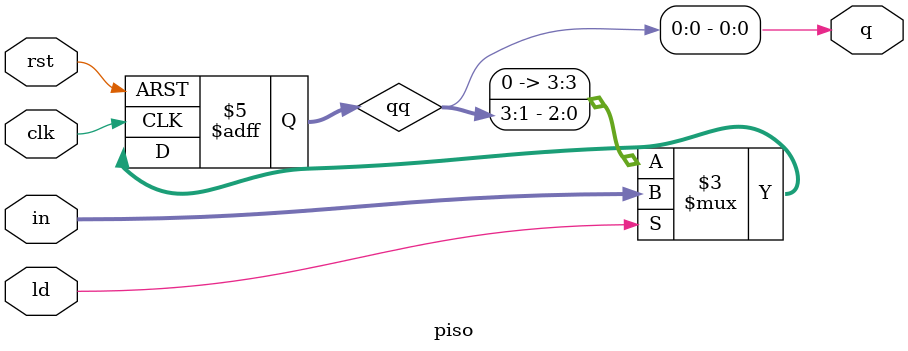
<source format=v>
module piso(in,ld,clk,rst,q);
  input ld,clk,rst;
  input [3:0] in;
  output q;
  reg [3:0]qq;
  assign q=qq[0];
  always @ (posedge clk, posedge rst)
    begin
      if(rst)
         qq<=0; 
      else if(ld)
          qq <=in;
      else
        qq <= {1'b0,qq[3:1]};
    end
endmodule  
</source>
